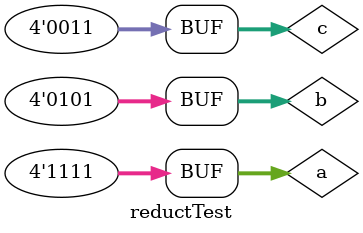
<source format=v>
module reductTest();
reg [3:0] a ;
reg [3:0] b;
reg [3:0] c;
initial begin
    a = 4'b1111;
    b = 4'b0101;
    c = 4'b0011;
    $display("&a = ", &a);
    $display("~&c = ", ~&c);
    $display("|b = ", |b);
    $display("~|a = ", ~|a);
    $display("^b = ", ^b);
    $display("~^c = ", ~^c);
end
endmodule

</source>
